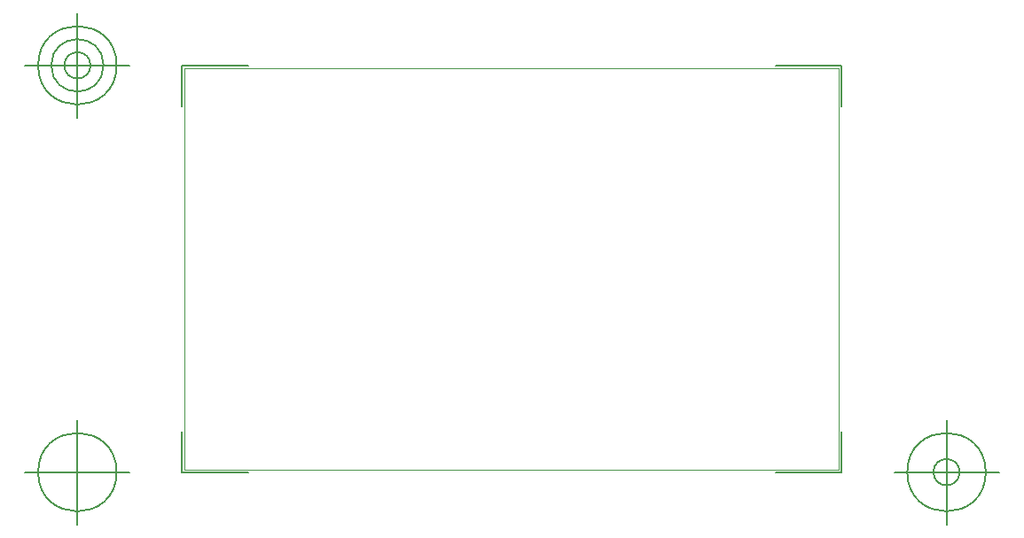
<source format=gbr>
G04 Generated by Ultiboard 14.2 *
%FSLAX24Y24*%
%MOIN*%

%ADD10C,0.0001*%
%ADD11C,0.0001*%
%ADD12C,0.0050*%


G04 ColorRGB 00FFFF for the following layer *
%LNBoard Outline*%
%LPD*%
G54D10*
G54D11*
X3797Y8000D02*
X28400Y8000D01*
X28400Y23100D01*
X3797Y23100D01*
X3797Y8000D01*
G54D12*
X3697Y7900D02*
X3697Y9430D01*
X3697Y7900D02*
X6178Y7900D01*
X28500Y7900D02*
X26020Y7900D01*
X28500Y7900D02*
X28500Y9430D01*
X28500Y23200D02*
X28500Y21670D01*
X28500Y23200D02*
X26020Y23200D01*
X3697Y23200D02*
X6178Y23200D01*
X3697Y23200D02*
X3697Y21670D01*
X1729Y7900D02*
X-2208Y7900D01*
X-240Y5931D02*
X-240Y9869D01*
X-1716Y7900D02*
G75*
D01*
G02X-1716Y7900I1476J0*
G01*
X30469Y7900D02*
X34406Y7900D01*
X32437Y5931D02*
X32437Y9869D01*
X30961Y7900D02*
G75*
D01*
G02X30961Y7900I1476J0*
G01*
X31945Y7900D02*
G75*
D01*
G02X31945Y7900I492J0*
G01*
X1729Y23200D02*
X-2208Y23200D01*
X-240Y21231D02*
X-240Y25169D01*
X-1716Y23200D02*
G75*
D01*
G02X-1716Y23200I1476J0*
G01*
X-1224Y23200D02*
G75*
D01*
G02X-1224Y23200I984J0*
G01*
X-732Y23200D02*
G75*
D01*
G02X-732Y23200I492J0*
G01*

M02*

</source>
